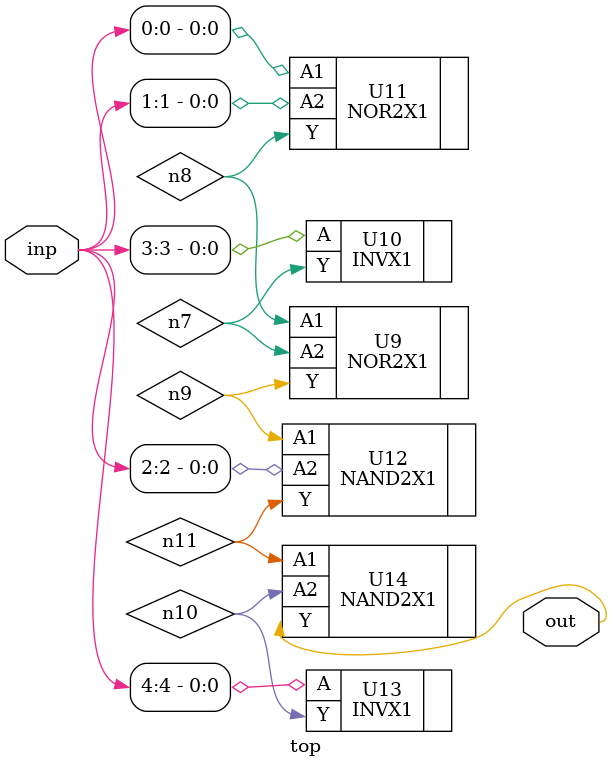
<source format=sv>


module top ( inp, out );
  input [4:0] inp;
  output out;
  wire   n7, n8, n9, n10, n11;

  NOR2X1 U9 ( .A1(n8), .A2(n7), .Y(n9) );
  INVX1 U10 ( .A(inp[3]), .Y(n7) );
  NOR2X1 U11 ( .A1(inp[0]), .A2(inp[1]), .Y(n8) );
  NAND2X1 U12 ( .A1(n9), .A2(inp[2]), .Y(n11) );
  INVX1 U13 ( .A(inp[4]), .Y(n10) );
  NAND2X1 U14 ( .A1(n11), .A2(n10), .Y(out) );
endmodule


</source>
